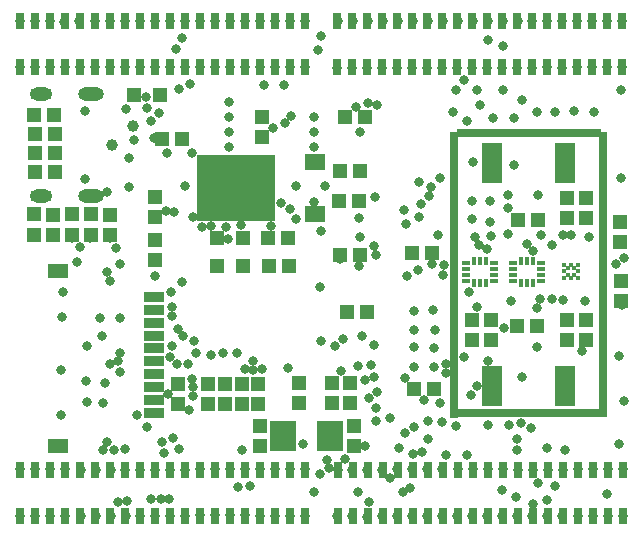
<source format=gbs>
G04*
G04 #@! TF.GenerationSoftware,Altium Limited,Altium Designer,24.4.1 (13)*
G04*
G04 Layer_Color=16711935*
%FSLAX44Y44*%
%MOMM*%
G71*
G04*
G04 #@! TF.SameCoordinates,9A945CEE-F102-44BA-A3C3-DB53B066AAF5*
G04*
G04*
G04 #@! TF.FilePolarity,Negative*
G04*
G01*
G75*
%ADD38R,1.2032X1.3032*%
%ADD41R,12.2032X0.7032*%
%ADD42R,1.8032X3.5032*%
%ADD43R,0.7032X12.2032*%
%ADD47R,0.6532X1.4032*%
%ADD52R,1.3032X1.2032*%
%ADD61C,0.8032*%
%ADD62O,2.2032X1.1032*%
%ADD63O,1.9032X1.1032*%
%ADD64C,1.0032*%
%ADD80R,1.8032X0.9032*%
%ADD81R,1.7032X1.2032*%
%ADD82R,1.7032X1.4032*%
%ADD83R,6.7032X5.7032*%
%ADD84R,0.6782X0.4532*%
%ADD85R,0.4532X0.6782*%
%ADD86R,2.2032X2.6032*%
%ADD87R,1.3032X1.3032*%
%ADD88C,0.4032*%
D38*
X413250Y1065250D02*
D03*
Y1082250D02*
D03*
X237750Y1260750D02*
D03*
Y1243750D02*
D03*
X254000Y1261250D02*
D03*
Y1244250D02*
D03*
X411750Y1100500D02*
D03*
Y1117500D02*
D03*
X285750Y1244000D02*
D03*
Y1261000D02*
D03*
X492500Y1082250D02*
D03*
Y1065250D02*
D03*
X398000Y1101000D02*
D03*
Y1118000D02*
D03*
X383750Y1101000D02*
D03*
Y1118000D02*
D03*
X369000Y1100750D02*
D03*
Y1117750D02*
D03*
X608750Y1155000D02*
D03*
Y1172000D02*
D03*
X592250Y1155000D02*
D03*
Y1172000D02*
D03*
X673000Y1275000D02*
D03*
Y1258000D02*
D03*
X688925Y1274977D02*
D03*
Y1257976D02*
D03*
X270000Y1261250D02*
D03*
Y1244250D02*
D03*
X221500D02*
D03*
Y1261250D02*
D03*
X343500Y1117750D02*
D03*
Y1100750D02*
D03*
X446000Y1101500D02*
D03*
Y1118500D02*
D03*
X324500Y1222500D02*
D03*
Y1239500D02*
D03*
X415000Y1327000D02*
D03*
Y1344000D02*
D03*
X324250Y1276250D02*
D03*
Y1259250D02*
D03*
X473750Y1118500D02*
D03*
Y1101500D02*
D03*
X673000Y1155250D02*
D03*
Y1172250D02*
D03*
X489250Y1118500D02*
D03*
Y1101500D02*
D03*
X688750Y1155000D02*
D03*
Y1172000D02*
D03*
X718500Y1204750D02*
D03*
Y1187750D02*
D03*
X718000Y1238000D02*
D03*
Y1255000D02*
D03*
D41*
X640611Y1330315D02*
D03*
X640000Y1092750D02*
D03*
D42*
X609500Y1115750D02*
D03*
X671500D02*
D03*
X609500Y1305000D02*
D03*
X671500D02*
D03*
D43*
X703161Y1150451D02*
D03*
X703180Y1270295D02*
D03*
X577431Y1150020D02*
D03*
X577450Y1269864D02*
D03*
D47*
X451150Y1006000D02*
D03*
X438450D02*
D03*
X425750D02*
D03*
X413050D02*
D03*
X400350D02*
D03*
X362250D02*
D03*
X374950D02*
D03*
X387650D02*
D03*
X349550D02*
D03*
X336850D02*
D03*
X324150D02*
D03*
X311450D02*
D03*
X298750D02*
D03*
X260650D02*
D03*
X273350D02*
D03*
X286050D02*
D03*
X247950D02*
D03*
X235250D02*
D03*
X222550D02*
D03*
X209850D02*
D03*
X451150Y1045000D02*
D03*
X438450D02*
D03*
X425750D02*
D03*
X413050D02*
D03*
X400350D02*
D03*
X362250D02*
D03*
X374950D02*
D03*
X387650D02*
D03*
X349550D02*
D03*
X336850D02*
D03*
X324150D02*
D03*
X311450D02*
D03*
X298750D02*
D03*
X260650D02*
D03*
X273350D02*
D03*
X286050D02*
D03*
X247950D02*
D03*
X235250D02*
D03*
X222550D02*
D03*
X209850D02*
D03*
X451499Y1386000D02*
D03*
X438800D02*
D03*
X426100D02*
D03*
X413400D02*
D03*
X400700D02*
D03*
X362599D02*
D03*
X375299D02*
D03*
X387999D02*
D03*
X349899D02*
D03*
X337200D02*
D03*
X324500D02*
D03*
X311800D02*
D03*
X299100D02*
D03*
X261000D02*
D03*
X273699D02*
D03*
X286399D02*
D03*
X248300D02*
D03*
X235599D02*
D03*
X222899D02*
D03*
X210200D02*
D03*
X451499Y1425000D02*
D03*
X438800D02*
D03*
X426100D02*
D03*
X413400D02*
D03*
X400700D02*
D03*
X362599D02*
D03*
X375299D02*
D03*
X387999D02*
D03*
X349899D02*
D03*
X337200D02*
D03*
X324500D02*
D03*
X311800D02*
D03*
X299100D02*
D03*
X261000D02*
D03*
X273699D02*
D03*
X286399D02*
D03*
X248300D02*
D03*
X235599D02*
D03*
X222899D02*
D03*
X210200D02*
D03*
X720099Y1006000D02*
D03*
X707399D02*
D03*
X694699D02*
D03*
X681999D02*
D03*
X669299D02*
D03*
X631199D02*
D03*
X643899D02*
D03*
X656599D02*
D03*
X618499D02*
D03*
X605799D02*
D03*
X593099D02*
D03*
X580399D02*
D03*
X567699D02*
D03*
X529599D02*
D03*
X542299D02*
D03*
X554999D02*
D03*
X516899D02*
D03*
X504199D02*
D03*
X491499D02*
D03*
X478799D02*
D03*
X720099Y1045000D02*
D03*
X707399D02*
D03*
X694699D02*
D03*
X681999D02*
D03*
X669299D02*
D03*
X631199D02*
D03*
X643899D02*
D03*
X656599D02*
D03*
X618499D02*
D03*
X605799D02*
D03*
X593099D02*
D03*
X580399D02*
D03*
X567699D02*
D03*
X529599D02*
D03*
X542299D02*
D03*
X554999D02*
D03*
X516899D02*
D03*
X504199D02*
D03*
X491499D02*
D03*
X478799D02*
D03*
X719900Y1385750D02*
D03*
X707200D02*
D03*
X694500D02*
D03*
X681800D02*
D03*
X669100D02*
D03*
X631000D02*
D03*
X643700D02*
D03*
X656400D02*
D03*
X618300D02*
D03*
X605600D02*
D03*
X592900D02*
D03*
X580200D02*
D03*
X567500D02*
D03*
X529400D02*
D03*
X542100D02*
D03*
X554800D02*
D03*
X516700D02*
D03*
X504000D02*
D03*
X491300D02*
D03*
X478600D02*
D03*
X719900Y1424750D02*
D03*
X707200D02*
D03*
X694500D02*
D03*
X681800D02*
D03*
X669100D02*
D03*
X631000D02*
D03*
X643700D02*
D03*
X656400D02*
D03*
X618300D02*
D03*
X605600D02*
D03*
X592900D02*
D03*
X580200D02*
D03*
X567500D02*
D03*
X529400D02*
D03*
X542100D02*
D03*
X554800D02*
D03*
X516700D02*
D03*
X504000D02*
D03*
X491300D02*
D03*
X478600D02*
D03*
D52*
X497250Y1273000D02*
D03*
X480250D02*
D03*
X631250Y1256500D02*
D03*
X648250D02*
D03*
X630500Y1167000D02*
D03*
X647500D02*
D03*
X437000Y1241500D02*
D03*
X420000D02*
D03*
X541750Y1228500D02*
D03*
X558750D02*
D03*
X497500Y1226750D02*
D03*
X480500D02*
D03*
X239250Y1313000D02*
D03*
X222250D02*
D03*
X239000Y1345500D02*
D03*
X222000D02*
D03*
X239250Y1297000D02*
D03*
X222250D02*
D03*
X239250Y1329250D02*
D03*
X222250D02*
D03*
X486750Y1178750D02*
D03*
X503750D02*
D03*
X502000Y1343500D02*
D03*
X485000D02*
D03*
X497750Y1297750D02*
D03*
X480750D02*
D03*
X560500Y1113750D02*
D03*
X543500D02*
D03*
X330250Y1325250D02*
D03*
X347250D02*
D03*
X437500Y1217750D02*
D03*
X420500D02*
D03*
D61*
X264800Y1349150D02*
D03*
Y1291350D02*
D03*
X317500Y1081000D02*
D03*
X323125Y1240000D02*
D03*
Y1258500D02*
D03*
X333500Y1264356D02*
D03*
X340608Y1262928D02*
D03*
X325000Y1275500D02*
D03*
X334250Y1313250D02*
D03*
X413180Y1425222D02*
D03*
X425880D02*
D03*
X438580D02*
D03*
X451280D02*
D03*
X464750Y1412000D02*
D03*
X462000Y1400500D02*
D03*
X504150Y1425000D02*
D03*
X491200Y1385000D02*
D03*
X478500D02*
D03*
X478750Y1425000D02*
D03*
X491450D02*
D03*
X283225Y1280489D02*
D03*
X320500Y1340750D02*
D03*
X328000Y1346750D02*
D03*
X323125Y1325750D02*
D03*
X316750Y1361000D02*
D03*
X317250Y1351250D02*
D03*
X302250Y1309000D02*
D03*
X302000Y1284874D02*
D03*
X235450Y1005750D02*
D03*
X308750Y1091500D02*
D03*
X588750Y1340250D02*
D03*
X576500Y1347875D02*
D03*
X280000Y1101750D02*
D03*
X299125Y1044972D02*
D03*
X311930Y1045222D02*
D03*
X606000Y1137250D02*
D03*
X606250Y1082750D02*
D03*
X597250Y1115625D02*
D03*
X588250Y1057750D02*
D03*
X593500Y1306000D02*
D03*
X599500Y1353750D02*
D03*
X628500Y1303250D02*
D03*
X498125Y1331250D02*
D03*
X619250Y1367000D02*
D03*
X578750Y1366500D02*
D03*
X628250Y1343000D02*
D03*
X671000Y1307500D02*
D03*
X671500Y1115750D02*
D03*
X579250Y1081750D02*
D03*
X586156Y1375004D02*
D03*
X596750Y1366500D02*
D03*
X610250Y1343000D02*
D03*
X623375Y1267000D02*
D03*
Y1277750D02*
D03*
Y1244875D02*
D03*
X608625Y1242750D02*
D03*
X633125Y1256000D02*
D03*
X624250Y1082750D02*
D03*
X570250Y1057750D02*
D03*
X580430Y1045722D02*
D03*
X631000Y1071500D02*
D03*
X630750Y1061750D02*
D03*
X580180Y1005722D02*
D03*
X258236Y1220824D02*
D03*
X294844Y1143840D02*
D03*
X286160Y1134276D02*
D03*
X294625Y1127836D02*
D03*
X292940Y1136844D02*
D03*
X343782Y1118282D02*
D03*
X335489Y1109250D02*
D03*
X266750Y1149750D02*
D03*
X537750Y1209000D02*
D03*
X605250Y1232100D02*
D03*
X598472Y1235028D02*
D03*
X669200Y1425000D02*
D03*
X626000Y1188250D02*
D03*
X337750Y1195250D02*
D03*
X246500Y1195500D02*
D03*
X266750Y1102250D02*
D03*
X443735Y1257765D02*
D03*
X494500Y1352500D02*
D03*
X245500Y1174750D02*
D03*
X278000Y1173750D02*
D03*
X294250Y1219000D02*
D03*
X237750Y1242750D02*
D03*
X237750Y1260750D02*
D03*
X254000Y1241625D02*
D03*
X254000Y1261250D02*
D03*
X685500Y1146000D02*
D03*
X689250Y1275000D02*
D03*
X672750D02*
D03*
X592250Y1272250D02*
D03*
X608250D02*
D03*
X592500Y1257250D02*
D03*
X537000Y1253000D02*
D03*
X547625Y1288625D02*
D03*
Y1258750D02*
D03*
X541750Y1228500D02*
D03*
X547000Y1214250D02*
D03*
X485000Y1343500D02*
D03*
X504183Y1355325D02*
D03*
X324500Y1222500D02*
D03*
X285737Y1241639D02*
D03*
X480750Y1223375D02*
D03*
X291000Y1233125D02*
D03*
X294500Y1173750D02*
D03*
X418750Y1286149D02*
D03*
X635250Y1358250D02*
D03*
X668500Y1385500D02*
D03*
X679000Y1348750D02*
D03*
X663000Y1348250D02*
D03*
X647500Y1348000D02*
D03*
X695750Y1348250D02*
D03*
X416250Y1371250D02*
D03*
X433250Y1370500D02*
D03*
X559625Y1180375D02*
D03*
X633750Y1084250D02*
D03*
X543250Y1081000D02*
D03*
X474250Y1118500D02*
D03*
X481320Y1128755D02*
D03*
X488000Y1118000D02*
D03*
X474250Y1102000D02*
D03*
X464000Y1041500D02*
D03*
X399500Y1285250D02*
D03*
X399250Y1269250D02*
D03*
X412750Y1268750D02*
D03*
X464250Y1200125D02*
D03*
X351750Y1134625D02*
D03*
X343250D02*
D03*
X446750Y1117500D02*
D03*
X446250Y1103000D02*
D03*
X488000Y1102750D02*
D03*
X343500Y1100250D02*
D03*
X356250Y1107500D02*
D03*
Y1115110D02*
D03*
X355751Y1122343D02*
D03*
X352750Y1095927D02*
D03*
X244250Y1129500D02*
D03*
X244500Y1091750D02*
D03*
X266000Y1120000D02*
D03*
X282000Y1118250D02*
D03*
X284000Y1068250D02*
D03*
X280547Y1061875D02*
D03*
X330076Y1068875D02*
D03*
X400254Y1130004D02*
D03*
X406967Y1136980D02*
D03*
X407500Y1129750D02*
D03*
X414730Y1130286D02*
D03*
X344500Y1062750D02*
D03*
X339750Y1071750D02*
D03*
X398000Y1062000D02*
D03*
X483750Y1155500D02*
D03*
X357500Y1153750D02*
D03*
X359000Y1144000D02*
D03*
X437250Y1217875D02*
D03*
X396875Y1252000D02*
D03*
X384625Y1251000D02*
D03*
X371875Y1251167D02*
D03*
X364250Y1251000D02*
D03*
X414250Y1328000D02*
D03*
X510250Y1275750D02*
D03*
X497750Y1272750D02*
D03*
X480250Y1272500D02*
D03*
X468000Y1285375D02*
D03*
X497000Y1258250D02*
D03*
X464750Y1247625D02*
D03*
X497500Y1242250D02*
D03*
X496750Y1227000D02*
D03*
Y1217500D02*
D03*
X486463Y1178713D02*
D03*
X464750Y1154500D02*
D03*
X503750Y1178750D02*
D03*
X688500Y1187750D02*
D03*
X721500Y1103500D02*
D03*
X706750Y1024500D02*
D03*
X436500Y1131500D02*
D03*
X509250Y1150675D02*
D03*
X543126Y1148883D02*
D03*
X502248Y1121108D02*
D03*
X422250Y1251250D02*
D03*
X434000Y1338750D02*
D03*
X439750Y1344750D02*
D03*
X423742Y1334515D02*
D03*
X430500Y1271000D02*
D03*
X438250Y1266125D02*
D03*
X459000Y1271775D02*
D03*
X535042Y1264875D02*
D03*
X549250Y1270500D02*
D03*
X556500Y1276750D02*
D03*
X552000Y1103750D02*
D03*
X567500Y1085500D02*
D03*
X555500Y1086250D02*
D03*
X536250Y1076375D02*
D03*
X449500Y1067250D02*
D03*
X437875Y1066125D02*
D03*
X585750Y1140250D02*
D03*
X570500Y1134500D02*
D03*
Y1126750D02*
D03*
X476500Y1149500D02*
D03*
X337250Y1140500D02*
D03*
X714500Y1219250D02*
D03*
X721500Y1224000D02*
D03*
X559000Y1219250D02*
D03*
X567691Y1210296D02*
D03*
X568750Y1218250D02*
D03*
X590250Y1196000D02*
D03*
X324500Y1209500D02*
D03*
X670000Y1188500D02*
D03*
X597000Y1182500D02*
D03*
X338875Y1182725D02*
D03*
X338740Y1175476D02*
D03*
X594750Y1242000D02*
D03*
X563500Y1244250D02*
D03*
X286500Y1204750D02*
D03*
X283250Y1212250D02*
D03*
X347750Y1158250D02*
D03*
X343356Y1164017D02*
D03*
X499250Y1158750D02*
D03*
X338250Y1150250D02*
D03*
X506750Y1133425D02*
D03*
X496123Y1132538D02*
D03*
X510929Y1227197D02*
D03*
X509477Y1123204D02*
D03*
X535690Y1123051D02*
D03*
X591500Y1108750D02*
D03*
X565750Y1102000D02*
D03*
X648750Y1033500D02*
D03*
X550000Y1060500D02*
D03*
X631180Y1045222D02*
D03*
X484750Y1054000D02*
D03*
X642750Y1080250D02*
D03*
X501750Y1065250D02*
D03*
X471911Y1046443D02*
D03*
X479045Y1045156D02*
D03*
X470250Y1053500D02*
D03*
X459250Y1026375D02*
D03*
X565625Y1292000D02*
D03*
X393400Y1144000D02*
D03*
X558000Y1284500D02*
D03*
X511000Y1097750D02*
D03*
X505674Y1106207D02*
D03*
X496250Y1026375D02*
D03*
X533924Y1026208D02*
D03*
X540250Y1029750D02*
D03*
X504080Y1005275D02*
D03*
X505475Y1017525D02*
D03*
X523200Y1037712D02*
D03*
X516780Y1045222D02*
D03*
X618250Y1027916D02*
D03*
X404750Y1031250D02*
D03*
X394500Y1030500D02*
D03*
X382000Y1143888D02*
D03*
X341750Y1401000D02*
D03*
X349500Y1285000D02*
D03*
X353826Y1371757D02*
D03*
X347250Y1410500D02*
D03*
X618750Y1403500D02*
D03*
X606250Y1409250D02*
D03*
X512000Y1353500D02*
D03*
X386250Y1240750D02*
D03*
X371250Y1142500D02*
D03*
X662500Y1031000D02*
D03*
X647500Y1148750D02*
D03*
X650250Y1189250D02*
D03*
X660250Y1190000D02*
D03*
X289250Y1061978D02*
D03*
X300500Y1018750D02*
D03*
X321000Y1020722D02*
D03*
X336483Y1020250D02*
D03*
X329233Y1020250D02*
D03*
X629500Y1021750D02*
D03*
X656000Y1019750D02*
D03*
X644000Y1016000D02*
D03*
X279482Y1158482D02*
D03*
X293000Y1017500D02*
D03*
X337330Y1045222D02*
D03*
X523500Y1089250D02*
D03*
X511000Y1086000D02*
D03*
X362180Y1045722D02*
D03*
X344500Y1367750D02*
D03*
X299750Y1350500D02*
D03*
X443750Y1285250D02*
D03*
X260906Y1233651D02*
D03*
X509250Y1234250D02*
D03*
X356000Y1259000D02*
D03*
X512085Y1111050D02*
D03*
X299000Y1062750D02*
D03*
X274130Y1044972D02*
D03*
X286830D02*
D03*
X331552Y1059125D02*
D03*
X466000Y1066125D02*
D03*
X620000Y1165500D02*
D03*
X543500Y1163250D02*
D03*
X561000Y1163750D02*
D03*
X543500Y1131750D02*
D03*
X635000Y1123750D02*
D03*
X639000Y1236250D02*
D03*
X560250Y1148500D02*
D03*
X560499Y1131750D02*
D03*
X560750Y1113750D02*
D03*
X671750Y1062000D02*
D03*
X655750Y1063750D02*
D03*
X260000Y1425000D02*
D03*
X247500Y1424250D02*
D03*
X554700Y1385000D02*
D03*
X567400D02*
D03*
X719500Y1184500D02*
D03*
X718000Y1255000D02*
D03*
X347500Y1203750D02*
D03*
X369000Y1117750D02*
D03*
X383750Y1118000D02*
D03*
X555250Y1070750D02*
D03*
X542500Y1058750D02*
D03*
X530750Y1063500D02*
D03*
X306625Y1323875D02*
D03*
X458750Y1318750D02*
D03*
X269000Y1241625D02*
D03*
X459000Y1331150D02*
D03*
Y1343850D02*
D03*
X387000Y1318450D02*
D03*
Y1356550D02*
D03*
Y1343850D02*
D03*
Y1331150D02*
D03*
X413430Y1045472D02*
D03*
X270000Y1261250D02*
D03*
X221500D02*
D03*
X222000Y1244250D02*
D03*
X355750Y1313250D02*
D03*
X491380Y1045222D02*
D03*
X504080D02*
D03*
X567530Y1045472D02*
D03*
X529430D02*
D03*
X542130D02*
D03*
X554830D02*
D03*
X618530Y1045722D02*
D03*
X593130D02*
D03*
X605830D02*
D03*
X669280Y1045222D02*
D03*
X643880D02*
D03*
X656580D02*
D03*
X720280Y1045722D02*
D03*
X682180D02*
D03*
X694880D02*
D03*
X707580D02*
D03*
X720280Y1005722D02*
D03*
X682180D02*
D03*
X694880D02*
D03*
X707580D02*
D03*
X669030D02*
D03*
X630930D02*
D03*
X643630D02*
D03*
X656330D02*
D03*
X618280D02*
D03*
X592880D02*
D03*
X605580D02*
D03*
X567530Y1006222D02*
D03*
X529430D02*
D03*
X542130D02*
D03*
X554830D02*
D03*
X516780Y1005972D02*
D03*
X478680D02*
D03*
X491380D02*
D03*
X248280Y1045722D02*
D03*
X210180D02*
D03*
X222880D02*
D03*
X235580D02*
D03*
X261430Y1044972D02*
D03*
X350030Y1045222D02*
D03*
X324630D02*
D03*
X400280Y1045722D02*
D03*
X374880D02*
D03*
X387580D02*
D03*
X451530Y1045472D02*
D03*
X426130D02*
D03*
X438830D02*
D03*
X451530Y1005722D02*
D03*
X413430D02*
D03*
X426130D02*
D03*
X438830D02*
D03*
X400280Y1006722D02*
D03*
X362180D02*
D03*
X374880D02*
D03*
X387580D02*
D03*
X349530Y1005972D02*
D03*
X311430D02*
D03*
X324130D02*
D03*
X336830D02*
D03*
X299280D02*
D03*
X261180D02*
D03*
X273880D02*
D03*
X286580D02*
D03*
X248280Y1006222D02*
D03*
X210180D02*
D03*
X222880D02*
D03*
X451030Y1386222D02*
D03*
X412930D02*
D03*
X425630D02*
D03*
X438330D02*
D03*
X516850Y1425000D02*
D03*
X529550D02*
D03*
X542250D02*
D03*
X554950D02*
D03*
X567650D02*
D03*
X580350D02*
D03*
X593050D02*
D03*
X605750D02*
D03*
X618450D02*
D03*
X631150D02*
D03*
X503900Y1385000D02*
D03*
X516600D02*
D03*
X529300D02*
D03*
X542000D02*
D03*
X580100D02*
D03*
X592800D02*
D03*
X605500D02*
D03*
X618200D02*
D03*
X630900D02*
D03*
X643600D02*
D03*
X273500Y1425000D02*
D03*
X286200D02*
D03*
X298900D02*
D03*
X311600D02*
D03*
X324300D02*
D03*
X337000D02*
D03*
X400500D02*
D03*
X387800D02*
D03*
X375100D02*
D03*
X362400D02*
D03*
X349700D02*
D03*
X400500Y1386000D02*
D03*
X387800D02*
D03*
X375100D02*
D03*
X362400D02*
D03*
X349700D02*
D03*
X337000D02*
D03*
X324300D02*
D03*
X311600D02*
D03*
X298900D02*
D03*
X286200D02*
D03*
X273500D02*
D03*
X260800D02*
D03*
X248100D02*
D03*
X210000D02*
D03*
X222700D02*
D03*
X235400D02*
D03*
Y1425000D02*
D03*
X222700D02*
D03*
X210000D02*
D03*
X306750Y1361750D02*
D03*
X221750Y1345500D02*
D03*
X222250Y1329250D02*
D03*
X222000Y1312750D02*
D03*
X222250Y1296750D02*
D03*
X239000Y1345500D02*
D03*
X239250Y1329250D02*
D03*
Y1313000D02*
D03*
Y1297000D02*
D03*
X716750Y1066500D02*
D03*
Y1141500D02*
D03*
X719000Y1292000D02*
D03*
Y1367000D02*
D03*
X630500Y1167000D02*
D03*
X648750Y1277750D02*
D03*
X543750Y1179750D02*
D03*
X647500Y1182250D02*
D03*
X656500Y1425000D02*
D03*
X643800D02*
D03*
X656500Y1386000D02*
D03*
X681900Y1425000D02*
D03*
Y1386000D02*
D03*
X720000Y1425000D02*
D03*
X707300D02*
D03*
X694600D02*
D03*
Y1386000D02*
D03*
X707300D02*
D03*
X720000D02*
D03*
X689250Y1258000D02*
D03*
X672750D02*
D03*
X608250Y1255000D02*
D03*
X669250Y1243500D02*
D03*
X660000Y1235500D02*
D03*
X691750Y1242500D02*
D03*
X676750Y1243500D02*
D03*
X644000Y1230500D02*
D03*
X650750Y1243500D02*
D03*
D62*
X269700Y1363500D02*
D03*
Y1277000D02*
D03*
D63*
X228000Y1363500D02*
D03*
Y1277000D02*
D03*
D64*
X287750Y1320250D02*
D03*
X305250Y1336000D02*
D03*
D80*
X323000Y1092750D02*
D03*
Y1169750D02*
D03*
Y1158750D02*
D03*
Y1147750D02*
D03*
Y1136750D02*
D03*
Y1125750D02*
D03*
Y1114750D02*
D03*
Y1103750D02*
D03*
Y1180750D02*
D03*
Y1191750D02*
D03*
D81*
X241750Y1213750D02*
D03*
Y1065250D02*
D03*
D82*
X459425Y1305975D02*
D03*
Y1261525D02*
D03*
D83*
X392750Y1283750D02*
D03*
D84*
X650625Y1215250D02*
D03*
Y1210250D02*
D03*
Y1205250D02*
D03*
Y1220250D02*
D03*
X627375Y1215250D02*
D03*
Y1210250D02*
D03*
Y1205250D02*
D03*
Y1220250D02*
D03*
X587875D02*
D03*
Y1205250D02*
D03*
Y1210250D02*
D03*
Y1215250D02*
D03*
X611125Y1220250D02*
D03*
Y1205250D02*
D03*
Y1210250D02*
D03*
Y1215250D02*
D03*
D85*
X639000Y1221875D02*
D03*
X644000D02*
D03*
X634000D02*
D03*
X639000Y1203625D02*
D03*
X644000D02*
D03*
X634000D02*
D03*
X594500D02*
D03*
X604500D02*
D03*
X599500D02*
D03*
X594500Y1221875D02*
D03*
X604500D02*
D03*
X599500D02*
D03*
D86*
X472750Y1074000D02*
D03*
X432750D02*
D03*
D87*
X328500Y1362000D02*
D03*
X306500D02*
D03*
X398500Y1241000D02*
D03*
X376500D02*
D03*
X398750Y1217750D02*
D03*
X376750D02*
D03*
D88*
X673520Y1210270D02*
D03*
Y1215930D02*
D03*
X670690Y1207440D02*
D03*
Y1213100D02*
D03*
Y1218760D02*
D03*
X679180Y1210270D02*
D03*
Y1215930D02*
D03*
X676350Y1207440D02*
D03*
X682010D02*
D03*
Y1213100D02*
D03*
Y1218760D02*
D03*
X676350D02*
D03*
M02*

</source>
